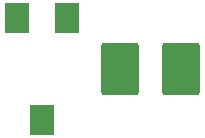
<source format=gbp>
G04 #@! TF.GenerationSoftware,KiCad,Pcbnew,(6.0.6)*
G04 #@! TF.CreationDate,2022-08-23T08:07:10+02:00*
G04 #@! TF.ProjectId,Stepdown led board,53746570-646f-4776-9e20-6c656420626f,rev?*
G04 #@! TF.SameCoordinates,Original*
G04 #@! TF.FileFunction,Paste,Bot*
G04 #@! TF.FilePolarity,Positive*
%FSLAX46Y46*%
G04 Gerber Fmt 4.6, Leading zero omitted, Abs format (unit mm)*
G04 Created by KiCad (PCBNEW (6.0.6)) date 2022-08-23 08:07:10*
%MOMM*%
%LPD*%
G01*
G04 APERTURE LIST*
G04 Aperture macros list*
%AMRoundRect*
0 Rectangle with rounded corners*
0 $1 Rounding radius*
0 $2 $3 $4 $5 $6 $7 $8 $9 X,Y pos of 4 corners*
0 Add a 4 corners polygon primitive as box body*
4,1,4,$2,$3,$4,$5,$6,$7,$8,$9,$2,$3,0*
0 Add four circle primitives for the rounded corners*
1,1,$1+$1,$2,$3*
1,1,$1+$1,$4,$5*
1,1,$1+$1,$6,$7*
1,1,$1+$1,$8,$9*
0 Add four rect primitives between the rounded corners*
20,1,$1+$1,$2,$3,$4,$5,0*
20,1,$1+$1,$4,$5,$6,$7,0*
20,1,$1+$1,$6,$7,$8,$9,0*
20,1,$1+$1,$8,$9,$2,$3,0*%
G04 Aperture macros list end*
%ADD10R,2.000000X2.500000*%
%ADD11RoundRect,0.250000X1.350000X1.975000X-1.350000X1.975000X-1.350000X-1.975000X1.350000X-1.975000X0*%
G04 APERTURE END LIST*
D10*
X40268980Y-24893261D03*
X38118980Y-33543261D03*
X35968980Y-24893261D03*
D11*
X49917256Y-29232905D03*
X44717256Y-29232905D03*
M02*

</source>
